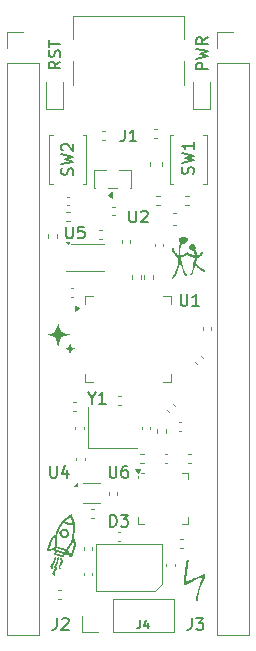
<source format=gbr>
%TF.GenerationSoftware,KiCad,Pcbnew,9.0.6*%
%TF.CreationDate,2026-02-18T17:47:18+01:00*%
%TF.ProjectId,devboard,64657662-6f61-4726-942e-6b696361645f,rev?*%
%TF.SameCoordinates,Original*%
%TF.FileFunction,Legend,Top*%
%TF.FilePolarity,Positive*%
%FSLAX46Y46*%
G04 Gerber Fmt 4.6, Leading zero omitted, Abs format (unit mm)*
G04 Created by KiCad (PCBNEW 9.0.6) date 2026-02-18 17:47:18*
%MOMM*%
%LPD*%
G01*
G04 APERTURE LIST*
%ADD10C,0.150000*%
%ADD11C,0.120000*%
%ADD12C,0.000000*%
G04 APERTURE END LIST*
D10*
X58938095Y-85704819D02*
X58938095Y-86514342D01*
X58938095Y-86514342D02*
X58985714Y-86609580D01*
X58985714Y-86609580D02*
X59033333Y-86657200D01*
X59033333Y-86657200D02*
X59128571Y-86704819D01*
X59128571Y-86704819D02*
X59319047Y-86704819D01*
X59319047Y-86704819D02*
X59414285Y-86657200D01*
X59414285Y-86657200D02*
X59461904Y-86609580D01*
X59461904Y-86609580D02*
X59509523Y-86514342D01*
X59509523Y-86514342D02*
X59509523Y-85704819D01*
X60414285Y-85704819D02*
X60223809Y-85704819D01*
X60223809Y-85704819D02*
X60128571Y-85752438D01*
X60128571Y-85752438D02*
X60080952Y-85800057D01*
X60080952Y-85800057D02*
X59985714Y-85942914D01*
X59985714Y-85942914D02*
X59938095Y-86133390D01*
X59938095Y-86133390D02*
X59938095Y-86514342D01*
X59938095Y-86514342D02*
X59985714Y-86609580D01*
X59985714Y-86609580D02*
X60033333Y-86657200D01*
X60033333Y-86657200D02*
X60128571Y-86704819D01*
X60128571Y-86704819D02*
X60319047Y-86704819D01*
X60319047Y-86704819D02*
X60414285Y-86657200D01*
X60414285Y-86657200D02*
X60461904Y-86609580D01*
X60461904Y-86609580D02*
X60509523Y-86514342D01*
X60509523Y-86514342D02*
X60509523Y-86276247D01*
X60509523Y-86276247D02*
X60461904Y-86181009D01*
X60461904Y-86181009D02*
X60414285Y-86133390D01*
X60414285Y-86133390D02*
X60319047Y-86085771D01*
X60319047Y-86085771D02*
X60128571Y-86085771D01*
X60128571Y-86085771D02*
X60033333Y-86133390D01*
X60033333Y-86133390D02*
X59985714Y-86181009D01*
X59985714Y-86181009D02*
X59938095Y-86276247D01*
X55238095Y-65454819D02*
X55238095Y-66264342D01*
X55238095Y-66264342D02*
X55285714Y-66359580D01*
X55285714Y-66359580D02*
X55333333Y-66407200D01*
X55333333Y-66407200D02*
X55428571Y-66454819D01*
X55428571Y-66454819D02*
X55619047Y-66454819D01*
X55619047Y-66454819D02*
X55714285Y-66407200D01*
X55714285Y-66407200D02*
X55761904Y-66359580D01*
X55761904Y-66359580D02*
X55809523Y-66264342D01*
X55809523Y-66264342D02*
X55809523Y-65454819D01*
X56761904Y-65454819D02*
X56285714Y-65454819D01*
X56285714Y-65454819D02*
X56238095Y-65931009D01*
X56238095Y-65931009D02*
X56285714Y-65883390D01*
X56285714Y-65883390D02*
X56380952Y-65835771D01*
X56380952Y-65835771D02*
X56619047Y-65835771D01*
X56619047Y-65835771D02*
X56714285Y-65883390D01*
X56714285Y-65883390D02*
X56761904Y-65931009D01*
X56761904Y-65931009D02*
X56809523Y-66026247D01*
X56809523Y-66026247D02*
X56809523Y-66264342D01*
X56809523Y-66264342D02*
X56761904Y-66359580D01*
X56761904Y-66359580D02*
X56714285Y-66407200D01*
X56714285Y-66407200D02*
X56619047Y-66454819D01*
X56619047Y-66454819D02*
X56380952Y-66454819D01*
X56380952Y-66454819D02*
X56285714Y-66407200D01*
X56285714Y-66407200D02*
X56238095Y-66359580D01*
X57423809Y-79978628D02*
X57423809Y-80454819D01*
X57090476Y-79454819D02*
X57423809Y-79978628D01*
X57423809Y-79978628D02*
X57757142Y-79454819D01*
X58614285Y-80454819D02*
X58042857Y-80454819D01*
X58328571Y-80454819D02*
X58328571Y-79454819D01*
X58328571Y-79454819D02*
X58233333Y-79597676D01*
X58233333Y-79597676D02*
X58138095Y-79692914D01*
X58138095Y-79692914D02*
X58042857Y-79740533D01*
X55807200Y-61083332D02*
X55854819Y-60940475D01*
X55854819Y-60940475D02*
X55854819Y-60702380D01*
X55854819Y-60702380D02*
X55807200Y-60607142D01*
X55807200Y-60607142D02*
X55759580Y-60559523D01*
X55759580Y-60559523D02*
X55664342Y-60511904D01*
X55664342Y-60511904D02*
X55569104Y-60511904D01*
X55569104Y-60511904D02*
X55473866Y-60559523D01*
X55473866Y-60559523D02*
X55426247Y-60607142D01*
X55426247Y-60607142D02*
X55378628Y-60702380D01*
X55378628Y-60702380D02*
X55331009Y-60892856D01*
X55331009Y-60892856D02*
X55283390Y-60988094D01*
X55283390Y-60988094D02*
X55235771Y-61035713D01*
X55235771Y-61035713D02*
X55140533Y-61083332D01*
X55140533Y-61083332D02*
X55045295Y-61083332D01*
X55045295Y-61083332D02*
X54950057Y-61035713D01*
X54950057Y-61035713D02*
X54902438Y-60988094D01*
X54902438Y-60988094D02*
X54854819Y-60892856D01*
X54854819Y-60892856D02*
X54854819Y-60654761D01*
X54854819Y-60654761D02*
X54902438Y-60511904D01*
X54854819Y-60178570D02*
X55854819Y-59940475D01*
X55854819Y-59940475D02*
X55140533Y-59749999D01*
X55140533Y-59749999D02*
X55854819Y-59559523D01*
X55854819Y-59559523D02*
X54854819Y-59321428D01*
X54950057Y-58988094D02*
X54902438Y-58940475D01*
X54902438Y-58940475D02*
X54854819Y-58845237D01*
X54854819Y-58845237D02*
X54854819Y-58607142D01*
X54854819Y-58607142D02*
X54902438Y-58511904D01*
X54902438Y-58511904D02*
X54950057Y-58464285D01*
X54950057Y-58464285D02*
X55045295Y-58416666D01*
X55045295Y-58416666D02*
X55140533Y-58416666D01*
X55140533Y-58416666D02*
X55283390Y-58464285D01*
X55283390Y-58464285D02*
X55854819Y-59035713D01*
X55854819Y-59035713D02*
X55854819Y-58416666D01*
X54466666Y-98589819D02*
X54466666Y-99304104D01*
X54466666Y-99304104D02*
X54419047Y-99446961D01*
X54419047Y-99446961D02*
X54323809Y-99542200D01*
X54323809Y-99542200D02*
X54180952Y-99589819D01*
X54180952Y-99589819D02*
X54085714Y-99589819D01*
X54895238Y-98685057D02*
X54942857Y-98637438D01*
X54942857Y-98637438D02*
X55038095Y-98589819D01*
X55038095Y-98589819D02*
X55276190Y-98589819D01*
X55276190Y-98589819D02*
X55371428Y-98637438D01*
X55371428Y-98637438D02*
X55419047Y-98685057D01*
X55419047Y-98685057D02*
X55466666Y-98780295D01*
X55466666Y-98780295D02*
X55466666Y-98875533D01*
X55466666Y-98875533D02*
X55419047Y-99018390D01*
X55419047Y-99018390D02*
X54847619Y-99589819D01*
X54847619Y-99589819D02*
X55466666Y-99589819D01*
X66007200Y-60983332D02*
X66054819Y-60840475D01*
X66054819Y-60840475D02*
X66054819Y-60602380D01*
X66054819Y-60602380D02*
X66007200Y-60507142D01*
X66007200Y-60507142D02*
X65959580Y-60459523D01*
X65959580Y-60459523D02*
X65864342Y-60411904D01*
X65864342Y-60411904D02*
X65769104Y-60411904D01*
X65769104Y-60411904D02*
X65673866Y-60459523D01*
X65673866Y-60459523D02*
X65626247Y-60507142D01*
X65626247Y-60507142D02*
X65578628Y-60602380D01*
X65578628Y-60602380D02*
X65531009Y-60792856D01*
X65531009Y-60792856D02*
X65483390Y-60888094D01*
X65483390Y-60888094D02*
X65435771Y-60935713D01*
X65435771Y-60935713D02*
X65340533Y-60983332D01*
X65340533Y-60983332D02*
X65245295Y-60983332D01*
X65245295Y-60983332D02*
X65150057Y-60935713D01*
X65150057Y-60935713D02*
X65102438Y-60888094D01*
X65102438Y-60888094D02*
X65054819Y-60792856D01*
X65054819Y-60792856D02*
X65054819Y-60554761D01*
X65054819Y-60554761D02*
X65102438Y-60411904D01*
X65054819Y-60078570D02*
X66054819Y-59840475D01*
X66054819Y-59840475D02*
X65340533Y-59649999D01*
X65340533Y-59649999D02*
X66054819Y-59459523D01*
X66054819Y-59459523D02*
X65054819Y-59221428D01*
X66054819Y-58316666D02*
X66054819Y-58888094D01*
X66054819Y-58602380D02*
X65054819Y-58602380D01*
X65054819Y-58602380D02*
X65197676Y-58697618D01*
X65197676Y-58697618D02*
X65292914Y-58792856D01*
X65292914Y-58792856D02*
X65340533Y-58888094D01*
X67259819Y-52145833D02*
X66259819Y-52145833D01*
X66259819Y-52145833D02*
X66259819Y-51764881D01*
X66259819Y-51764881D02*
X66307438Y-51669643D01*
X66307438Y-51669643D02*
X66355057Y-51622024D01*
X66355057Y-51622024D02*
X66450295Y-51574405D01*
X66450295Y-51574405D02*
X66593152Y-51574405D01*
X66593152Y-51574405D02*
X66688390Y-51622024D01*
X66688390Y-51622024D02*
X66736009Y-51669643D01*
X66736009Y-51669643D02*
X66783628Y-51764881D01*
X66783628Y-51764881D02*
X66783628Y-52145833D01*
X66259819Y-51241071D02*
X67259819Y-51002976D01*
X67259819Y-51002976D02*
X66545533Y-50812500D01*
X66545533Y-50812500D02*
X67259819Y-50622024D01*
X67259819Y-50622024D02*
X66259819Y-50383929D01*
X67259819Y-49431548D02*
X66783628Y-49764881D01*
X67259819Y-50002976D02*
X66259819Y-50002976D01*
X66259819Y-50002976D02*
X66259819Y-49622024D01*
X66259819Y-49622024D02*
X66307438Y-49526786D01*
X66307438Y-49526786D02*
X66355057Y-49479167D01*
X66355057Y-49479167D02*
X66450295Y-49431548D01*
X66450295Y-49431548D02*
X66593152Y-49431548D01*
X66593152Y-49431548D02*
X66688390Y-49479167D01*
X66688390Y-49479167D02*
X66736009Y-49526786D01*
X66736009Y-49526786D02*
X66783628Y-49622024D01*
X66783628Y-49622024D02*
X66783628Y-50002976D01*
X58961905Y-90854819D02*
X58961905Y-89854819D01*
X58961905Y-89854819D02*
X59200000Y-89854819D01*
X59200000Y-89854819D02*
X59342857Y-89902438D01*
X59342857Y-89902438D02*
X59438095Y-89997676D01*
X59438095Y-89997676D02*
X59485714Y-90092914D01*
X59485714Y-90092914D02*
X59533333Y-90283390D01*
X59533333Y-90283390D02*
X59533333Y-90426247D01*
X59533333Y-90426247D02*
X59485714Y-90616723D01*
X59485714Y-90616723D02*
X59438095Y-90711961D01*
X59438095Y-90711961D02*
X59342857Y-90807200D01*
X59342857Y-90807200D02*
X59200000Y-90854819D01*
X59200000Y-90854819D02*
X58961905Y-90854819D01*
X59866667Y-89854819D02*
X60485714Y-89854819D01*
X60485714Y-89854819D02*
X60152381Y-90235771D01*
X60152381Y-90235771D02*
X60295238Y-90235771D01*
X60295238Y-90235771D02*
X60390476Y-90283390D01*
X60390476Y-90283390D02*
X60438095Y-90331009D01*
X60438095Y-90331009D02*
X60485714Y-90426247D01*
X60485714Y-90426247D02*
X60485714Y-90664342D01*
X60485714Y-90664342D02*
X60438095Y-90759580D01*
X60438095Y-90759580D02*
X60390476Y-90807200D01*
X60390476Y-90807200D02*
X60295238Y-90854819D01*
X60295238Y-90854819D02*
X60009524Y-90854819D01*
X60009524Y-90854819D02*
X59914286Y-90807200D01*
X59914286Y-90807200D02*
X59866667Y-90759580D01*
X61516666Y-98766033D02*
X61516666Y-99266033D01*
X61516666Y-99266033D02*
X61483333Y-99366033D01*
X61483333Y-99366033D02*
X61416666Y-99432700D01*
X61416666Y-99432700D02*
X61316666Y-99466033D01*
X61316666Y-99466033D02*
X61250000Y-99466033D01*
X62149999Y-98999366D02*
X62149999Y-99466033D01*
X61983333Y-98732700D02*
X61816666Y-99232700D01*
X61816666Y-99232700D02*
X62249999Y-99232700D01*
X64938095Y-71154819D02*
X64938095Y-71964342D01*
X64938095Y-71964342D02*
X64985714Y-72059580D01*
X64985714Y-72059580D02*
X65033333Y-72107200D01*
X65033333Y-72107200D02*
X65128571Y-72154819D01*
X65128571Y-72154819D02*
X65319047Y-72154819D01*
X65319047Y-72154819D02*
X65414285Y-72107200D01*
X65414285Y-72107200D02*
X65461904Y-72059580D01*
X65461904Y-72059580D02*
X65509523Y-71964342D01*
X65509523Y-71964342D02*
X65509523Y-71154819D01*
X66509523Y-72154819D02*
X65938095Y-72154819D01*
X66223809Y-72154819D02*
X66223809Y-71154819D01*
X66223809Y-71154819D02*
X66128571Y-71297676D01*
X66128571Y-71297676D02*
X66033333Y-71392914D01*
X66033333Y-71392914D02*
X65938095Y-71440533D01*
X65866666Y-98589819D02*
X65866666Y-99304104D01*
X65866666Y-99304104D02*
X65819047Y-99446961D01*
X65819047Y-99446961D02*
X65723809Y-99542200D01*
X65723809Y-99542200D02*
X65580952Y-99589819D01*
X65580952Y-99589819D02*
X65485714Y-99589819D01*
X66247619Y-98589819D02*
X66866666Y-98589819D01*
X66866666Y-98589819D02*
X66533333Y-98970771D01*
X66533333Y-98970771D02*
X66676190Y-98970771D01*
X66676190Y-98970771D02*
X66771428Y-99018390D01*
X66771428Y-99018390D02*
X66819047Y-99066009D01*
X66819047Y-99066009D02*
X66866666Y-99161247D01*
X66866666Y-99161247D02*
X66866666Y-99399342D01*
X66866666Y-99399342D02*
X66819047Y-99494580D01*
X66819047Y-99494580D02*
X66771428Y-99542200D01*
X66771428Y-99542200D02*
X66676190Y-99589819D01*
X66676190Y-99589819D02*
X66390476Y-99589819D01*
X66390476Y-99589819D02*
X66295238Y-99542200D01*
X66295238Y-99542200D02*
X66247619Y-99494580D01*
X60206666Y-57239819D02*
X60206666Y-57954104D01*
X60206666Y-57954104D02*
X60159047Y-58096961D01*
X60159047Y-58096961D02*
X60063809Y-58192200D01*
X60063809Y-58192200D02*
X59920952Y-58239819D01*
X59920952Y-58239819D02*
X59825714Y-58239819D01*
X61206666Y-58239819D02*
X60635238Y-58239819D01*
X60920952Y-58239819D02*
X60920952Y-57239819D01*
X60920952Y-57239819D02*
X60825714Y-57382676D01*
X60825714Y-57382676D02*
X60730476Y-57477914D01*
X60730476Y-57477914D02*
X60635238Y-57525533D01*
X54764819Y-51475119D02*
X54288628Y-51808452D01*
X54764819Y-52046547D02*
X53764819Y-52046547D01*
X53764819Y-52046547D02*
X53764819Y-51665595D01*
X53764819Y-51665595D02*
X53812438Y-51570357D01*
X53812438Y-51570357D02*
X53860057Y-51522738D01*
X53860057Y-51522738D02*
X53955295Y-51475119D01*
X53955295Y-51475119D02*
X54098152Y-51475119D01*
X54098152Y-51475119D02*
X54193390Y-51522738D01*
X54193390Y-51522738D02*
X54241009Y-51570357D01*
X54241009Y-51570357D02*
X54288628Y-51665595D01*
X54288628Y-51665595D02*
X54288628Y-52046547D01*
X54717200Y-51094166D02*
X54764819Y-50951309D01*
X54764819Y-50951309D02*
X54764819Y-50713214D01*
X54764819Y-50713214D02*
X54717200Y-50617976D01*
X54717200Y-50617976D02*
X54669580Y-50570357D01*
X54669580Y-50570357D02*
X54574342Y-50522738D01*
X54574342Y-50522738D02*
X54479104Y-50522738D01*
X54479104Y-50522738D02*
X54383866Y-50570357D01*
X54383866Y-50570357D02*
X54336247Y-50617976D01*
X54336247Y-50617976D02*
X54288628Y-50713214D01*
X54288628Y-50713214D02*
X54241009Y-50903690D01*
X54241009Y-50903690D02*
X54193390Y-50998928D01*
X54193390Y-50998928D02*
X54145771Y-51046547D01*
X54145771Y-51046547D02*
X54050533Y-51094166D01*
X54050533Y-51094166D02*
X53955295Y-51094166D01*
X53955295Y-51094166D02*
X53860057Y-51046547D01*
X53860057Y-51046547D02*
X53812438Y-50998928D01*
X53812438Y-50998928D02*
X53764819Y-50903690D01*
X53764819Y-50903690D02*
X53764819Y-50665595D01*
X53764819Y-50665595D02*
X53812438Y-50522738D01*
X53764819Y-50237023D02*
X53764819Y-49665595D01*
X54764819Y-49951309D02*
X53764819Y-49951309D01*
X53888095Y-85704819D02*
X53888095Y-86514342D01*
X53888095Y-86514342D02*
X53935714Y-86609580D01*
X53935714Y-86609580D02*
X53983333Y-86657200D01*
X53983333Y-86657200D02*
X54078571Y-86704819D01*
X54078571Y-86704819D02*
X54269047Y-86704819D01*
X54269047Y-86704819D02*
X54364285Y-86657200D01*
X54364285Y-86657200D02*
X54411904Y-86609580D01*
X54411904Y-86609580D02*
X54459523Y-86514342D01*
X54459523Y-86514342D02*
X54459523Y-85704819D01*
X55364285Y-86038152D02*
X55364285Y-86704819D01*
X55126190Y-85657200D02*
X54888095Y-86371485D01*
X54888095Y-86371485D02*
X55507142Y-86371485D01*
X60613095Y-64089819D02*
X60613095Y-64899342D01*
X60613095Y-64899342D02*
X60660714Y-64994580D01*
X60660714Y-64994580D02*
X60708333Y-65042200D01*
X60708333Y-65042200D02*
X60803571Y-65089819D01*
X60803571Y-65089819D02*
X60994047Y-65089819D01*
X60994047Y-65089819D02*
X61089285Y-65042200D01*
X61089285Y-65042200D02*
X61136904Y-64994580D01*
X61136904Y-64994580D02*
X61184523Y-64899342D01*
X61184523Y-64899342D02*
X61184523Y-64089819D01*
X61613095Y-64185057D02*
X61660714Y-64137438D01*
X61660714Y-64137438D02*
X61755952Y-64089819D01*
X61755952Y-64089819D02*
X61994047Y-64089819D01*
X61994047Y-64089819D02*
X62089285Y-64137438D01*
X62089285Y-64137438D02*
X62136904Y-64185057D01*
X62136904Y-64185057D02*
X62184523Y-64280295D01*
X62184523Y-64280295D02*
X62184523Y-64375533D01*
X62184523Y-64375533D02*
X62136904Y-64518390D01*
X62136904Y-64518390D02*
X61565476Y-65089819D01*
X61565476Y-65089819D02*
X62184523Y-65089819D01*
D11*
%TO.C,U6*%
X61300000Y-86765000D02*
X61300000Y-86540000D01*
X61300000Y-90600000D02*
X61300000Y-90075000D01*
X61300000Y-90600000D02*
X61825000Y-90600000D01*
X61825000Y-86300000D02*
X61600000Y-86300000D01*
X65600000Y-86300000D02*
X65075000Y-86300000D01*
X65600000Y-86300000D02*
X65600000Y-86825000D01*
X65600000Y-90600000D02*
X65075000Y-90600000D01*
X65600000Y-90600000D02*
X65600000Y-90075000D01*
X61300000Y-86300000D02*
X61060000Y-85970000D01*
X61540000Y-85970000D01*
X61300000Y-86300000D01*
G36*
X61300000Y-86300000D02*
G01*
X61060000Y-85970000D01*
X61540000Y-85970000D01*
X61300000Y-86300000D01*
G37*
%TO.C,C19*%
X54807836Y-96240000D02*
X54592164Y-96240000D01*
X54807836Y-96960000D02*
X54592164Y-96960000D01*
%TO.C,C12*%
X59980000Y-66807836D02*
X59980000Y-66592164D01*
X60700000Y-66807836D02*
X60700000Y-66592164D01*
%TO.C,C17*%
X58067164Y-65765000D02*
X58282836Y-65765000D01*
X58067164Y-66485000D02*
X58282836Y-66485000D01*
%TO.C,R6*%
X65663641Y-62870000D02*
X65356359Y-62870000D01*
X65663641Y-63630000D02*
X65356359Y-63630000D01*
%TO.C,C13*%
X62340000Y-59999420D02*
X62340000Y-60280580D01*
X63360000Y-59999420D02*
X63360000Y-60280580D01*
D12*
%TO.C,G\u002A\u002A\u002A*%
G36*
X54877994Y-93467824D02*
G01*
X54908277Y-93483349D01*
X54925082Y-93503868D01*
X54932077Y-93536217D01*
X54933101Y-93570449D01*
X54936143Y-93615775D01*
X54944047Y-93668079D01*
X54949587Y-93693644D01*
X54958095Y-93744572D01*
X54960977Y-93798605D01*
X54959797Y-93822441D01*
X54947272Y-93876849D01*
X54920679Y-93944482D01*
X54882075Y-94021036D01*
X54833514Y-94102209D01*
X54807642Y-94141011D01*
X54781279Y-94180857D01*
X54760776Y-94214903D01*
X54749668Y-94237182D01*
X54748737Y-94240412D01*
X54750078Y-94261341D01*
X54756805Y-94296565D01*
X54765059Y-94329477D01*
X54775336Y-94386690D01*
X54771051Y-94428566D01*
X54752990Y-94453595D01*
X54721934Y-94460264D01*
X54699682Y-94455587D01*
X54682327Y-94448117D01*
X54669573Y-94435354D01*
X54657521Y-94411518D01*
X54642271Y-94370827D01*
X54642013Y-94370100D01*
X54625002Y-94316818D01*
X54615727Y-94269998D01*
X54615026Y-94225276D01*
X54623741Y-94178288D01*
X54642715Y-94124668D01*
X54672786Y-94060053D01*
X54714798Y-93980077D01*
X54718490Y-93973270D01*
X54749923Y-93908512D01*
X54773759Y-93845506D01*
X54788755Y-93788919D01*
X54793661Y-93743415D01*
X54787659Y-93714373D01*
X54765200Y-93655547D01*
X54757524Y-93589110D01*
X54761609Y-93546539D01*
X54779499Y-93498966D01*
X54808910Y-93469761D01*
X54847052Y-93460812D01*
X54877994Y-93467824D01*
G37*
G36*
X54363664Y-93410559D02*
G01*
X54389057Y-93429516D01*
X54391481Y-93433181D01*
X54390988Y-93448913D01*
X54384438Y-93483409D01*
X54372940Y-93532720D01*
X54357603Y-93592898D01*
X54339539Y-93659994D01*
X54319856Y-93730061D01*
X54299666Y-93799149D01*
X54280080Y-93863310D01*
X54262205Y-93918599D01*
X54247153Y-93961062D01*
X54236035Y-93986754D01*
X54235641Y-93987461D01*
X54211549Y-94024100D01*
X54179899Y-94065160D01*
X54162777Y-94084967D01*
X54136444Y-94115981D01*
X54117385Y-94142378D01*
X54111232Y-94154348D01*
X54111366Y-94174465D01*
X54116578Y-94210277D01*
X54125773Y-94254477D01*
X54127088Y-94259981D01*
X54137193Y-94326111D01*
X54132289Y-94376542D01*
X54113052Y-94410105D01*
X54080161Y-94425627D01*
X54034295Y-94421937D01*
X54033438Y-94421710D01*
X54003213Y-94409295D01*
X53983737Y-94393586D01*
X53982996Y-94392393D01*
X53973101Y-94368214D01*
X53960492Y-94328694D01*
X53947321Y-94281805D01*
X53935742Y-94235521D01*
X53927906Y-94197813D01*
X53925791Y-94180483D01*
X53935649Y-94120328D01*
X53967821Y-94056229D01*
X54011154Y-94000971D01*
X54044196Y-93962722D01*
X54073590Y-93925387D01*
X54092469Y-93897833D01*
X54108348Y-93865860D01*
X54130493Y-93814211D01*
X54157744Y-93745833D01*
X54188942Y-93663680D01*
X54222924Y-93570701D01*
X54240279Y-93521972D01*
X54262338Y-93466418D01*
X54283150Y-93427000D01*
X54300577Y-93407458D01*
X54330094Y-93402051D01*
X54363664Y-93410559D01*
G37*
G36*
X54600747Y-93443160D02*
G01*
X54628397Y-93460968D01*
X54640318Y-93495659D01*
X54636600Y-93547705D01*
X54628103Y-93583260D01*
X54614637Y-93640064D01*
X54603619Y-93702516D01*
X54598666Y-93744118D01*
X54590785Y-93810527D01*
X54577265Y-93866812D01*
X54555056Y-93922453D01*
X54521110Y-93986934D01*
X54519908Y-93989051D01*
X54481238Y-94059026D01*
X54454316Y-94113850D01*
X54437829Y-94158287D01*
X54430464Y-94197104D01*
X54430909Y-94235064D01*
X54437850Y-94276931D01*
X54439063Y-94282466D01*
X54448146Y-94354851D01*
X54441719Y-94426839D01*
X54418737Y-94502491D01*
X54378150Y-94585863D01*
X54347466Y-94637238D01*
X54309549Y-94702330D01*
X54287352Y-94753969D01*
X54280165Y-94795946D01*
X54287283Y-94832052D01*
X54305368Y-94862706D01*
X54324407Y-94904762D01*
X54320736Y-94947534D01*
X54294875Y-94985977D01*
X54273798Y-94999740D01*
X54247405Y-95001189D01*
X54219599Y-94995181D01*
X54192023Y-94986709D01*
X54173252Y-94975679D01*
X54157572Y-94956426D01*
X54139270Y-94923290D01*
X54131399Y-94907788D01*
X54111470Y-94864003D01*
X54099542Y-94824126D01*
X54096382Y-94784563D01*
X54102758Y-94741719D01*
X54119433Y-94692002D01*
X54147177Y-94631815D01*
X54186754Y-94557566D01*
X54217838Y-94502423D01*
X54245379Y-94451823D01*
X54261439Y-94412610D01*
X54267478Y-94376174D01*
X54264956Y-94333904D01*
X54255682Y-94279062D01*
X54251882Y-94203147D01*
X54268336Y-94120250D01*
X54305415Y-94029095D01*
X54353711Y-93943717D01*
X54391967Y-93879222D01*
X54419052Y-93823142D01*
X54439187Y-93765714D01*
X54452426Y-93715202D01*
X54478170Y-93616829D01*
X54503581Y-93541276D01*
X54529192Y-93487566D01*
X54555538Y-93454717D01*
X54583151Y-93441751D01*
X54600747Y-93443160D01*
G37*
G36*
X55252704Y-91051212D02*
G01*
X55326882Y-91086999D01*
X55389213Y-91142611D01*
X55396354Y-91151158D01*
X55441389Y-91222266D01*
X55471214Y-91306747D01*
X55486989Y-91407907D01*
X55487143Y-91409778D01*
X55488147Y-91504006D01*
X55475882Y-91587452D01*
X55451128Y-91655989D01*
X55435752Y-91681388D01*
X55408689Y-91709199D01*
X55365739Y-91742246D01*
X55313046Y-91776717D01*
X55256753Y-91808796D01*
X55203004Y-91834674D01*
X55167498Y-91847887D01*
X55126154Y-91851179D01*
X55073118Y-91842533D01*
X55015804Y-91824233D01*
X54961625Y-91798560D01*
X54923756Y-91772800D01*
X54892314Y-91748458D01*
X54865151Y-91730455D01*
X54855717Y-91725668D01*
X54823677Y-91703152D01*
X54790981Y-91659745D01*
X54756950Y-91594408D01*
X54748632Y-91574682D01*
X54732608Y-91536687D01*
X54702552Y-91449282D01*
X54687938Y-91375756D01*
X54688609Y-91331645D01*
X54872945Y-91331645D01*
X54873748Y-91344972D01*
X54886287Y-91413397D01*
X54912493Y-91480077D01*
X54949283Y-91541260D01*
X54993574Y-91593197D01*
X55042286Y-91632134D01*
X55092335Y-91654322D01*
X55130588Y-91657560D01*
X55178126Y-91644816D01*
X55226183Y-91618941D01*
X55267501Y-91585104D01*
X55294820Y-91548470D01*
X55299278Y-91537465D01*
X55306854Y-91490807D01*
X55306614Y-91432795D01*
X55299495Y-91373048D01*
X55286434Y-91321186D01*
X55275898Y-91297447D01*
X55236426Y-91251567D01*
X55183204Y-91224025D01*
X55119462Y-91216456D01*
X55116391Y-91216613D01*
X55076578Y-91217570D01*
X55043145Y-91216121D01*
X55033957Y-91214860D01*
X55009816Y-91217137D01*
X54974537Y-91232872D01*
X54939550Y-91253780D01*
X54903227Y-91277537D01*
X54882845Y-91294518D01*
X54874163Y-91310596D01*
X54872945Y-91331645D01*
X54688609Y-91331645D01*
X54688912Y-91311734D01*
X54705618Y-91252841D01*
X54738200Y-91194704D01*
X54744195Y-91186154D01*
X54785930Y-91140501D01*
X54840684Y-91104076D01*
X54912744Y-91074341D01*
X54954294Y-91061823D01*
X55066888Y-91038720D01*
X55166198Y-91035151D01*
X55252704Y-91051212D01*
G37*
G36*
X55685921Y-89798945D02*
G01*
X55689496Y-89799881D01*
X55717211Y-89811859D01*
X55734335Y-89834441D01*
X55741217Y-89851054D01*
X55752180Y-89879262D01*
X55769738Y-89922756D01*
X55791190Y-89974894D01*
X55807590Y-90014203D01*
X55855921Y-90131605D01*
X55894579Y-90230879D01*
X55924649Y-90315144D01*
X55947216Y-90387520D01*
X55963368Y-90451125D01*
X55968787Y-90477487D01*
X55985061Y-90591120D01*
X55994850Y-90722427D01*
X55998388Y-90866234D01*
X55995909Y-91017366D01*
X55987644Y-91170647D01*
X55973827Y-91320902D01*
X55954690Y-91462957D01*
X55930465Y-91591636D01*
X55916006Y-91651282D01*
X55902800Y-91705225D01*
X55897127Y-91741302D01*
X55898641Y-91764122D01*
X55906548Y-91777850D01*
X55919229Y-91797748D01*
X55938330Y-91837066D01*
X55962560Y-91892690D01*
X55990630Y-91961507D01*
X56021250Y-92040402D01*
X56053130Y-92126261D01*
X56067825Y-92167132D01*
X56106381Y-92275499D01*
X56045733Y-92501811D01*
X56024322Y-92579163D01*
X56002001Y-92655405D01*
X55980503Y-92724919D01*
X55961558Y-92782087D01*
X55947988Y-92818675D01*
X55910660Y-92912753D01*
X55877797Y-93002743D01*
X55846740Y-93096471D01*
X55814835Y-93201756D01*
X55797615Y-93261595D01*
X55774705Y-93338697D01*
X55755033Y-93394991D01*
X55736969Y-93432982D01*
X55718879Y-93455174D01*
X55699135Y-93464072D01*
X55676103Y-93462182D01*
X55668439Y-93459928D01*
X55627386Y-93436583D01*
X55581396Y-93393342D01*
X55532581Y-93333058D01*
X55483052Y-93258583D01*
X55434923Y-93172772D01*
X55396429Y-93092460D01*
X55355638Y-93000568D01*
X55326784Y-93061141D01*
X55312223Y-93096596D01*
X55305031Y-93124294D01*
X55305652Y-93135089D01*
X55308478Y-93160976D01*
X55296327Y-93192206D01*
X55273381Y-93219976D01*
X55261172Y-93228700D01*
X55235495Y-93238245D01*
X55205009Y-93236626D01*
X55164799Y-93224674D01*
X55100803Y-93201955D01*
X55076611Y-93246918D01*
X55062691Y-93276135D01*
X55056497Y-93296053D01*
X55056815Y-93299497D01*
X55057228Y-93314533D01*
X55053630Y-93345159D01*
X55049201Y-93371523D01*
X55038925Y-93413084D01*
X55024661Y-93438691D01*
X55002773Y-93455805D01*
X54989352Y-93461991D01*
X54973578Y-93464987D01*
X54952987Y-93464081D01*
X54925108Y-93458564D01*
X54887473Y-93447723D01*
X54837618Y-93430847D01*
X54773074Y-93407226D01*
X54691374Y-93376148D01*
X54590048Y-93336903D01*
X54589717Y-93336774D01*
X54521794Y-93311010D01*
X54456993Y-93287639D01*
X54400470Y-93268431D01*
X54357387Y-93255159D01*
X54338469Y-93250445D01*
X54298836Y-93239928D01*
X54273856Y-93224832D01*
X54272998Y-93224313D01*
X54259776Y-93199930D01*
X54257994Y-93163113D01*
X54264035Y-93125409D01*
X54435459Y-93125409D01*
X54437188Y-93130532D01*
X54446978Y-93143228D01*
X54461831Y-93153322D01*
X54486051Y-93162299D01*
X54523945Y-93171644D01*
X54579816Y-93182843D01*
X54599752Y-93186603D01*
X54652290Y-93197233D01*
X54699787Y-93208249D01*
X54734540Y-93217813D01*
X54743013Y-93220768D01*
X54773804Y-93231938D01*
X54816625Y-93246280D01*
X54850323Y-93256985D01*
X54922284Y-93279233D01*
X54934184Y-93235148D01*
X54945754Y-93199546D01*
X54958324Y-93170740D01*
X54959740Y-93168257D01*
X54965715Y-93155216D01*
X54961883Y-93145454D01*
X54944128Y-93135381D01*
X54908334Y-93121408D01*
X54904337Y-93119929D01*
X54857098Y-93102276D01*
X54800142Y-93080718D01*
X54746850Y-93060325D01*
X54681912Y-93036186D01*
X54619240Y-93014481D01*
X54562991Y-92996489D01*
X54517320Y-92983485D01*
X54486380Y-92976750D01*
X54475013Y-92976740D01*
X54463669Y-92993199D01*
X54451944Y-93024821D01*
X54441936Y-93063080D01*
X54435742Y-93099451D01*
X54435459Y-93125409D01*
X54264035Y-93125409D01*
X54266473Y-93110189D01*
X54277865Y-93061670D01*
X54308402Y-92939839D01*
X54268136Y-92925739D01*
X54228329Y-92902999D01*
X54219801Y-92889343D01*
X54205846Y-92866994D01*
X54198585Y-92816027D01*
X54198344Y-92795667D01*
X54380961Y-92795667D01*
X54381203Y-92796157D01*
X54393930Y-92801297D01*
X54425820Y-92809988D01*
X54472669Y-92821198D01*
X54530271Y-92833894D01*
X54559616Y-92840030D01*
X54632669Y-92856423D01*
X54708292Y-92875729D01*
X54778230Y-92895704D01*
X54834232Y-92914099D01*
X54841032Y-92916626D01*
X54904014Y-92940193D01*
X54973870Y-92965809D01*
X55037503Y-92988680D01*
X55049419Y-92992885D01*
X55150089Y-93028254D01*
X55165296Y-92974719D01*
X55167367Y-92967425D01*
X55184645Y-92906597D01*
X55114712Y-92896140D01*
X55000380Y-92872800D01*
X54876929Y-92835227D01*
X54862967Y-92829796D01*
X55397260Y-92829796D01*
X55400161Y-92839119D01*
X55406524Y-92847292D01*
X55409036Y-92849990D01*
X55422126Y-92867236D01*
X55445150Y-92900908D01*
X55475565Y-92947149D01*
X55510821Y-93002103D01*
X55538847Y-93046612D01*
X55574601Y-93103262D01*
X55606003Y-93151885D01*
X55630926Y-93189281D01*
X55647244Y-93212246D01*
X55652723Y-93218058D01*
X55657607Y-93206282D01*
X55668062Y-93175396D01*
X55682891Y-93129129D01*
X55700897Y-93071204D01*
X55717832Y-93015494D01*
X55739964Y-92943531D01*
X55762381Y-92873357D01*
X55783177Y-92810753D01*
X55800446Y-92761501D01*
X55808822Y-92739519D01*
X55828006Y-92685455D01*
X55846201Y-92623231D01*
X55857031Y-92577590D01*
X55868417Y-92524828D01*
X55883243Y-92460831D01*
X55898766Y-92397364D01*
X55902706Y-92381899D01*
X55915609Y-92329658D01*
X55922100Y-92293292D01*
X55922160Y-92265735D01*
X55915774Y-92239918D01*
X55902924Y-92208776D01*
X55902275Y-92207321D01*
X55883264Y-92169286D01*
X55864411Y-92138875D01*
X55853687Y-92126348D01*
X55844044Y-92120395D01*
X55834900Y-92122534D01*
X55823700Y-92135999D01*
X55807887Y-92164024D01*
X55784906Y-92209842D01*
X55780339Y-92219151D01*
X55756592Y-92263273D01*
X55722061Y-92321655D01*
X55679901Y-92389249D01*
X55633267Y-92461005D01*
X55585317Y-92531874D01*
X55580315Y-92539089D01*
X55523505Y-92620873D01*
X55479027Y-92685407D01*
X55445613Y-92734987D01*
X55421997Y-92771917D01*
X55406911Y-92798495D01*
X55399088Y-92817020D01*
X55397260Y-92829796D01*
X54862967Y-92829796D01*
X54740958Y-92782337D01*
X54696537Y-92763019D01*
X54614469Y-92727587D01*
X54550779Y-92702759D01*
X54502860Y-92687881D01*
X54468101Y-92682298D01*
X54443894Y-92685358D01*
X54428229Y-92695744D01*
X54410614Y-92719928D01*
X54394219Y-92750292D01*
X54383013Y-92778361D01*
X54380961Y-92795667D01*
X54198344Y-92795667D01*
X54198042Y-92770202D01*
X54096162Y-92811294D01*
X54039372Y-92832851D01*
X53975047Y-92855076D01*
X53907359Y-92876779D01*
X53883069Y-92884038D01*
X53840474Y-92896768D01*
X53778561Y-92913855D01*
X53725791Y-92926846D01*
X53686330Y-92934553D01*
X53664348Y-92935785D01*
X53662439Y-92935161D01*
X53648090Y-92925678D01*
X53638450Y-92912815D01*
X53633842Y-92893886D01*
X53634593Y-92866200D01*
X53635233Y-92862302D01*
X53641025Y-92827068D01*
X53653255Y-92774690D01*
X53786981Y-92774690D01*
X53865864Y-92746823D01*
X53946228Y-92715840D01*
X54036857Y-92676700D01*
X54127836Y-92633892D01*
X54209246Y-92591904D01*
X54214418Y-92589063D01*
X54288098Y-92548394D01*
X54278178Y-92475057D01*
X54273153Y-92427051D01*
X54271115Y-92388635D01*
X54452922Y-92388635D01*
X54456662Y-92450050D01*
X54459234Y-92468043D01*
X54472690Y-92543621D01*
X54527754Y-92549330D01*
X54558973Y-92555510D01*
X54606644Y-92568528D01*
X54664995Y-92586658D01*
X54728253Y-92608170D01*
X54748070Y-92615297D01*
X54813515Y-92638586D01*
X54877527Y-92660349D01*
X54933704Y-92678477D01*
X54975648Y-92690861D01*
X54983390Y-92692869D01*
X55033397Y-92703618D01*
X55089932Y-92713233D01*
X55148007Y-92721188D01*
X55202633Y-92726957D01*
X55248824Y-92730015D01*
X55281591Y-92729831D01*
X55295949Y-92725885D01*
X55295968Y-92725851D01*
X55304867Y-92709243D01*
X55320927Y-92678768D01*
X55336658Y-92648710D01*
X55355020Y-92616373D01*
X55383618Y-92569438D01*
X55419268Y-92512982D01*
X55458785Y-92452079D01*
X55482119Y-92416871D01*
X55567897Y-92280146D01*
X55635225Y-92153505D01*
X55685457Y-92033793D01*
X55719940Y-91917856D01*
X55737979Y-91819156D01*
X55742673Y-91786113D01*
X55750171Y-91736303D01*
X55759444Y-91676461D01*
X55769460Y-91613324D01*
X55769516Y-91612978D01*
X55803686Y-91340274D01*
X55820786Y-91055231D01*
X55821215Y-91039561D01*
X55822040Y-90980801D01*
X55821813Y-90916402D01*
X55820687Y-90851094D01*
X55818811Y-90789605D01*
X55816339Y-90736668D01*
X55813425Y-90697009D01*
X55810216Y-90675362D01*
X55809461Y-90673443D01*
X55798275Y-90673617D01*
X55790002Y-90677498D01*
X55766053Y-90684197D01*
X55724054Y-90689211D01*
X55669714Y-90692454D01*
X55608743Y-90693848D01*
X55546851Y-90693307D01*
X55489752Y-90690751D01*
X55443154Y-90686099D01*
X55424620Y-90682744D01*
X55318623Y-90650973D01*
X55208943Y-90604826D01*
X55127534Y-90561525D01*
X55091891Y-90541884D01*
X55064437Y-90529266D01*
X55051431Y-90526398D01*
X55036764Y-90539960D01*
X55011143Y-90568585D01*
X54977823Y-90608225D01*
X54940058Y-90654830D01*
X54901104Y-90704349D01*
X54864214Y-90752734D01*
X54832643Y-90795934D01*
X54819010Y-90815597D01*
X54770041Y-90890706D01*
X54725624Y-90963687D01*
X54687900Y-91030660D01*
X54659015Y-91087748D01*
X54641114Y-91131070D01*
X54637415Y-91144102D01*
X54629241Y-91172742D01*
X54614456Y-91216967D01*
X54595312Y-91270258D01*
X54578213Y-91315447D01*
X54549481Y-91391787D01*
X54529652Y-91450376D01*
X54517693Y-91495113D01*
X54512566Y-91529887D01*
X54513241Y-91558598D01*
X54513373Y-91559662D01*
X54513323Y-91581179D01*
X54510768Y-91621996D01*
X54506074Y-91677767D01*
X54499604Y-91744150D01*
X54491875Y-91815478D01*
X54476747Y-91958594D01*
X54465183Y-92089566D01*
X54457287Y-92206295D01*
X54453165Y-92306685D01*
X54452922Y-92388635D01*
X54271115Y-92388635D01*
X54270716Y-92381108D01*
X54270963Y-92356958D01*
X54277103Y-92280456D01*
X54286835Y-92188693D01*
X54299144Y-92089321D01*
X54313016Y-91989992D01*
X54327437Y-91898358D01*
X54341392Y-91822072D01*
X54342721Y-91815592D01*
X54373538Y-91667172D01*
X54320764Y-91693476D01*
X54281095Y-91717728D01*
X54238424Y-91750432D01*
X54217718Y-91769193D01*
X54190139Y-91799613D01*
X54169598Y-91832161D01*
X54152088Y-91874409D01*
X54137302Y-91921199D01*
X54077757Y-92086089D01*
X53997549Y-92247855D01*
X53997111Y-92248628D01*
X53979411Y-92283935D01*
X53956535Y-92335568D01*
X53931089Y-92397346D01*
X53905680Y-92463086D01*
X53898460Y-92482636D01*
X53874524Y-92547779D01*
X53851206Y-92610429D01*
X53830756Y-92664596D01*
X53815425Y-92704285D01*
X53811953Y-92712987D01*
X53786981Y-92774690D01*
X53653255Y-92774690D01*
X53653462Y-92773802D01*
X53672230Y-92703713D01*
X53697651Y-92614111D01*
X53703688Y-92593179D01*
X53732230Y-92494641D01*
X53755357Y-92415772D01*
X53774178Y-92353337D01*
X53789807Y-92304100D01*
X53803352Y-92264827D01*
X53815927Y-92232282D01*
X53828643Y-92203228D01*
X53842609Y-92174432D01*
X53857462Y-92145495D01*
X53879892Y-92098785D01*
X53905118Y-92040810D01*
X53928266Y-91982851D01*
X53931738Y-91973555D01*
X53956881Y-91905850D01*
X53975536Y-91857155D01*
X53989239Y-91824060D01*
X53999529Y-91803151D01*
X54007938Y-91791018D01*
X54016006Y-91784245D01*
X54017311Y-91783462D01*
X54032370Y-91770484D01*
X54058208Y-91744130D01*
X54090203Y-91709193D01*
X54103607Y-91693983D01*
X54148587Y-91647093D01*
X54204369Y-91595781D01*
X54261692Y-91548463D01*
X54274151Y-91539006D01*
X54375136Y-91463848D01*
X54402666Y-91368636D01*
X54433671Y-91261967D01*
X54459649Y-91174732D01*
X54482026Y-91103432D01*
X54502223Y-91044574D01*
X54521664Y-90994662D01*
X54541772Y-90950203D01*
X54563968Y-90907699D01*
X54589677Y-90863658D01*
X54620319Y-90814582D01*
X54641957Y-90780812D01*
X54685542Y-90713877D01*
X54724306Y-90656538D01*
X54729185Y-90649713D01*
X54761843Y-90604034D01*
X54801751Y-90551605D01*
X54847624Y-90494489D01*
X54903058Y-90427928D01*
X54920966Y-90406809D01*
X55149908Y-90406809D01*
X55158456Y-90417571D01*
X55185021Y-90433082D01*
X55224778Y-90451356D01*
X55272903Y-90470402D01*
X55324568Y-90488235D01*
X55374950Y-90502863D01*
X55394268Y-90507507D01*
X55474654Y-90520011D01*
X55563352Y-90525032D01*
X55650541Y-90522488D01*
X55726393Y-90512301D01*
X55735489Y-90510274D01*
X55784227Y-90498745D01*
X55772995Y-90448457D01*
X55764580Y-90420166D01*
X55748723Y-90375060D01*
X55727317Y-90318231D01*
X55702260Y-90254772D01*
X55687261Y-90218052D01*
X55661738Y-90157539D01*
X55638795Y-90105368D01*
X55620147Y-90065269D01*
X55607513Y-90040972D01*
X55603215Y-90035376D01*
X55589196Y-90041306D01*
X55560415Y-90060379D01*
X55520008Y-90090026D01*
X55471109Y-90127678D01*
X55416857Y-90170766D01*
X55360384Y-90216720D01*
X55304828Y-90262970D01*
X55253324Y-90306949D01*
X55209008Y-90346085D01*
X55175015Y-90377812D01*
X55154481Y-90399558D01*
X55149908Y-90406809D01*
X54920966Y-90406809D01*
X54953041Y-90368982D01*
X55024361Y-90291566D01*
X55112063Y-90206568D01*
X55211638Y-90117842D01*
X55318575Y-90029237D01*
X55428363Y-89944606D01*
X55536494Y-89867799D01*
X55552655Y-89856948D01*
X55598716Y-89826687D01*
X55630104Y-89807827D01*
X55651789Y-89798299D01*
X55668740Y-89796028D01*
X55685921Y-89798945D01*
G37*
D11*
%TO.C,C9*%
X56740000Y-94772164D02*
X56740000Y-94987836D01*
X57460000Y-94772164D02*
X57460000Y-94987836D01*
%TO.C,C23*%
X64782164Y-82010000D02*
X64997836Y-82010000D01*
X64782164Y-82730000D02*
X64997836Y-82730000D01*
%TO.C,U5*%
X55689432Y-66965000D02*
X58485000Y-66965000D01*
X58485000Y-69235000D02*
X55265000Y-69235000D01*
X55395000Y-66960000D02*
X55255000Y-66770000D01*
X55535000Y-66770000D01*
X55395000Y-66960000D01*
G36*
X55395000Y-66960000D02*
G01*
X55255000Y-66770000D01*
X55535000Y-66770000D01*
X55395000Y-66960000D01*
G37*
%TO.C,C2*%
X62750000Y-66902164D02*
X62750000Y-67117836D01*
X63470000Y-66902164D02*
X63470000Y-67117836D01*
%TO.C,R8*%
X57326359Y-89370000D02*
X57633641Y-89370000D01*
X57326359Y-90130000D02*
X57633641Y-90130000D01*
D12*
%TO.C,G\u002A\u002A\u002A*%
G36*
X54630853Y-73696379D02*
G01*
X54639998Y-73725998D01*
X54647573Y-73773235D01*
X54650367Y-73796777D01*
X54658544Y-73860699D01*
X54668489Y-73915986D01*
X54681817Y-73968497D01*
X54700142Y-74024092D01*
X54725080Y-74088629D01*
X54742254Y-74130190D01*
X54764572Y-74182449D01*
X54782737Y-74221047D01*
X54800069Y-74251096D01*
X54819889Y-74277710D01*
X54845519Y-74305999D01*
X54877346Y-74338162D01*
X54915316Y-74374254D01*
X54953357Y-74407564D01*
X54986362Y-74433762D01*
X55004531Y-74446018D01*
X55064533Y-74474260D01*
X55140806Y-74499614D01*
X55229514Y-74521165D01*
X55326817Y-74537999D01*
X55428877Y-74549199D01*
X55441245Y-74550120D01*
X55486510Y-74554151D01*
X55515481Y-74559160D01*
X55532071Y-74566109D01*
X55539362Y-74574264D01*
X55542293Y-74597765D01*
X55536029Y-74609810D01*
X55529813Y-74616112D01*
X55519470Y-74621867D01*
X55502663Y-74627592D01*
X55477054Y-74633800D01*
X55440304Y-74641006D01*
X55390076Y-74649725D01*
X55324031Y-74660471D01*
X55259569Y-74670664D01*
X55175456Y-74685047D01*
X55106744Y-74699722D01*
X55048651Y-74715980D01*
X54996395Y-74735110D01*
X54958811Y-74751808D01*
X54916159Y-74773879D01*
X54883699Y-74796389D01*
X54853948Y-74825313D01*
X54827285Y-74856818D01*
X54783135Y-74919632D01*
X54754820Y-74978462D01*
X54752544Y-74985225D01*
X54723503Y-75076658D01*
X54700083Y-75151620D01*
X54681581Y-75212832D01*
X54667295Y-75263014D01*
X54656521Y-75304886D01*
X54648558Y-75341170D01*
X54642702Y-75374586D01*
X54638251Y-75407854D01*
X54634715Y-75441472D01*
X54628497Y-75486194D01*
X54618658Y-75514248D01*
X54602756Y-75529134D01*
X54578350Y-75534358D01*
X54569838Y-75534566D01*
X54549615Y-75525819D01*
X54534448Y-75501053D01*
X54526360Y-75476605D01*
X54516174Y-75438558D01*
X54505502Y-75393176D01*
X54499975Y-75367182D01*
X54477093Y-75265970D01*
X54450635Y-75167648D01*
X54421741Y-75075541D01*
X54391550Y-74992970D01*
X54361199Y-74923261D01*
X54331829Y-74869735D01*
X54326997Y-74862457D01*
X54295358Y-74820552D01*
X54261600Y-74785591D01*
X54223284Y-74756576D01*
X54177971Y-74732509D01*
X54123221Y-74712392D01*
X54056594Y-74695225D01*
X53975652Y-74680010D01*
X53877955Y-74665749D01*
X53832139Y-74659903D01*
X53767383Y-74651097D01*
X53721043Y-74642596D01*
X53691355Y-74633624D01*
X53676559Y-74623404D01*
X53674891Y-74611161D01*
X53684589Y-74596118D01*
X53685355Y-74595262D01*
X53710032Y-74579439D01*
X53746210Y-74574741D01*
X53808210Y-74568460D01*
X53880387Y-74550955D01*
X53958453Y-74524232D01*
X54038122Y-74490298D01*
X54115105Y-74451159D01*
X54185117Y-74408823D01*
X54243869Y-74365296D01*
X54287074Y-74322583D01*
X54288358Y-74320994D01*
X54310485Y-74292377D01*
X54329773Y-74264594D01*
X54348159Y-74234094D01*
X54367580Y-74197322D01*
X54389972Y-74150725D01*
X54417271Y-74090749D01*
X54432796Y-74055915D01*
X54473706Y-73960786D01*
X54505125Y-73880858D01*
X54527851Y-73813939D01*
X54542683Y-73757839D01*
X54544536Y-73748924D01*
X54560317Y-73715249D01*
X54581428Y-73694579D01*
X54602826Y-73682533D01*
X54618882Y-73682511D01*
X54630853Y-73696379D01*
G37*
D11*
%TO.C,C16*%
X56040000Y-82412164D02*
X56040000Y-82627836D01*
X56760000Y-82412164D02*
X56760000Y-82627836D01*
%TO.C,C3*%
X59857836Y-79800000D02*
X59642164Y-79800000D01*
X59857836Y-80520000D02*
X59642164Y-80520000D01*
D12*
%TO.C,G\u002A\u002A\u002A*%
G36*
X55615423Y-75348278D02*
G01*
X55619995Y-75363085D01*
X55623782Y-75386699D01*
X55625179Y-75398468D01*
X55629266Y-75430422D01*
X55634238Y-75458060D01*
X55640900Y-75484311D01*
X55650061Y-75512102D01*
X55662527Y-75544364D01*
X55671113Y-75565141D01*
X55682270Y-75591265D01*
X55691350Y-75610561D01*
X55700014Y-75625582D01*
X55709923Y-75638886D01*
X55722735Y-75653028D01*
X55738645Y-75669106D01*
X55757626Y-75687149D01*
X55776643Y-75703801D01*
X55793142Y-75716897D01*
X55802225Y-75723023D01*
X55832220Y-75737142D01*
X55870349Y-75749816D01*
X55914694Y-75760590D01*
X55963336Y-75769005D01*
X56014356Y-75774604D01*
X56020539Y-75775064D01*
X56043167Y-75777079D01*
X56057649Y-75779583D01*
X56065943Y-75783057D01*
X56069587Y-75787134D01*
X56071053Y-75798882D01*
X56067921Y-75804903D01*
X56064814Y-75808054D01*
X56059643Y-75810931D01*
X56051242Y-75813793D01*
X56038440Y-75816896D01*
X56020068Y-75820498D01*
X55994959Y-75824857D01*
X55961943Y-75830229D01*
X55929719Y-75835324D01*
X55887671Y-75842514D01*
X55853321Y-75849850D01*
X55824280Y-75857978D01*
X55798158Y-75867541D01*
X55779370Y-75875888D01*
X55758048Y-75886921D01*
X55741821Y-75898174D01*
X55726949Y-75912633D01*
X55713620Y-75928383D01*
X55691549Y-75959784D01*
X55677394Y-75989193D01*
X55676257Y-75992573D01*
X55661739Y-76038281D01*
X55650031Y-76075755D01*
X55640782Y-76106354D01*
X55633641Y-76131440D01*
X55628255Y-76152372D01*
X55624274Y-76170511D01*
X55621346Y-76187215D01*
X55619121Y-76203846D01*
X55617354Y-76220651D01*
X55614245Y-76243008D01*
X55609327Y-76257032D01*
X55601377Y-76264474D01*
X55589177Y-76267085D01*
X55584922Y-76267189D01*
X55574812Y-76262817D01*
X55567230Y-76250436D01*
X55563187Y-76238215D01*
X55558095Y-76219195D01*
X55552760Y-76196508D01*
X55549997Y-76183514D01*
X55538558Y-76132918D01*
X55525332Y-76083767D01*
X55510888Y-76037722D01*
X55495795Y-75996445D01*
X55480623Y-75961598D01*
X55465941Y-75934840D01*
X55463525Y-75931202D01*
X55447709Y-75910253D01*
X55430834Y-75892776D01*
X55411679Y-75878272D01*
X55389027Y-75866241D01*
X55361658Y-75856184D01*
X55328351Y-75847602D01*
X55287888Y-75839996D01*
X55239049Y-75832867D01*
X55216146Y-75829945D01*
X55183774Y-75825543D01*
X55160609Y-75821293D01*
X55145768Y-75816808D01*
X55138371Y-75811699D01*
X55137537Y-75805579D01*
X55142385Y-75798059D01*
X55142768Y-75797631D01*
X55155104Y-75789721D01*
X55173190Y-75787372D01*
X55204184Y-75784232D01*
X55240265Y-75775482D01*
X55279290Y-75762123D01*
X55319117Y-75745159D01*
X55357601Y-75725594D01*
X55392599Y-75704430D01*
X55421970Y-75682670D01*
X55443568Y-75661319D01*
X55444210Y-75660524D01*
X55455271Y-75646218D01*
X55464913Y-75632330D01*
X55474105Y-75617083D01*
X55483813Y-75598700D01*
X55495007Y-75575406D01*
X55508653Y-75545424D01*
X55516415Y-75528011D01*
X55536865Y-75480456D01*
X55552572Y-75440500D01*
X55563933Y-75407047D01*
X55571347Y-75379003D01*
X55572273Y-75374546D01*
X55580162Y-75357712D01*
X55590715Y-75347379D01*
X55601412Y-75341357D01*
X55609439Y-75341346D01*
X55615423Y-75348278D01*
G37*
D11*
%TO.C,R9*%
X61536359Y-84720000D02*
X61843641Y-84720000D01*
X61536359Y-85480000D02*
X61843641Y-85480000D01*
%TO.C,Y1*%
X57140000Y-80740000D02*
X57140000Y-84160000D01*
X57140000Y-84160000D02*
X61260000Y-84160000D01*
%TO.C,C8*%
X55317164Y-62915000D02*
X55532836Y-62915000D01*
X55317164Y-63635000D02*
X55532836Y-63635000D01*
%TO.C,SW2*%
X53830000Y-57730000D02*
X54130000Y-57730000D01*
X53830000Y-61870000D02*
X53830000Y-57730000D01*
X54130000Y-61870000D02*
X53830000Y-61870000D01*
X56670000Y-57730000D02*
X56970000Y-57730000D01*
X56970000Y-57730000D02*
X56970000Y-61870000D01*
X56970000Y-61870000D02*
X56670000Y-61870000D01*
%TO.C,R7*%
X53720000Y-66116359D02*
X53720000Y-66423641D01*
X54480000Y-66116359D02*
X54480000Y-66423641D01*
%TO.C,J2*%
X50230000Y-48990000D02*
X51610000Y-48990000D01*
X50230000Y-50370000D02*
X50230000Y-48990000D01*
X50230000Y-51640000D02*
X50230000Y-100010000D01*
X50230000Y-51640000D02*
X52990000Y-51640000D01*
X50230000Y-100010000D02*
X52990000Y-100010000D01*
X52990000Y-51640000D02*
X52990000Y-100010000D01*
%TO.C,C24*%
X59827836Y-91340000D02*
X59612164Y-91340000D01*
X59827836Y-92060000D02*
X59612164Y-92060000D01*
%TO.C,SW1*%
X64030000Y-57730000D02*
X64330000Y-57730000D01*
X64030000Y-61870000D02*
X64030000Y-57730000D01*
X64330000Y-61870000D02*
X64030000Y-61870000D01*
X66870000Y-57730000D02*
X67170000Y-57730000D01*
X67170000Y-57730000D02*
X67170000Y-61870000D01*
X67170000Y-61870000D02*
X66870000Y-61870000D01*
%TO.C,PWR*%
X65995000Y-53215000D02*
X65995000Y-55500000D01*
X65995000Y-55500000D02*
X67465000Y-55500000D01*
X67465000Y-55500000D02*
X67465000Y-53215000D01*
%TO.C,R5*%
X55806359Y-80290000D02*
X56113641Y-80290000D01*
X55806359Y-81050000D02*
X56113641Y-81050000D01*
%TO.C,C21*%
X63592164Y-84740000D02*
X63807836Y-84740000D01*
X63592164Y-85460000D02*
X63807836Y-85460000D01*
%TO.C,C10*%
X63789190Y-80958307D02*
X63941693Y-81110810D01*
X64298307Y-80449190D02*
X64450810Y-80601693D01*
%TO.C,C18*%
X65807836Y-84740000D02*
X65592164Y-84740000D01*
X65807836Y-85460000D02*
X65592164Y-85460000D01*
%TO.C,D3*%
X57800000Y-92300000D02*
X57800000Y-96300000D01*
X57800000Y-92300000D02*
X63400000Y-92300000D01*
X57800000Y-96300000D02*
X62800000Y-96300000D01*
X63400000Y-95700000D02*
X62800000Y-96300000D01*
X63400000Y-95700000D02*
X63400000Y-92300000D01*
%TO.C,R11*%
X63193641Y-62870000D02*
X62886359Y-62870000D01*
X63193641Y-63630000D02*
X62886359Y-63630000D01*
%TO.C,C15*%
X61640000Y-82612836D02*
X61640000Y-82397164D01*
X62360000Y-82612836D02*
X62360000Y-82397164D01*
%TO.C,R10*%
X62970000Y-82923641D02*
X62970000Y-82616359D01*
X63730000Y-82923641D02*
X63730000Y-82616359D01*
%TO.C,J4*%
X56580000Y-99770000D02*
X56580000Y-98390000D01*
X57960000Y-99770000D02*
X56580000Y-99770000D01*
X59230000Y-97010000D02*
X64420000Y-97010000D01*
X59230000Y-99770000D02*
X59230000Y-97010000D01*
X59230000Y-99770000D02*
X64420000Y-99770000D01*
X64420000Y-99770000D02*
X64420000Y-97010000D01*
%TO.C,R12*%
X55266359Y-64240000D02*
X55573641Y-64240000D01*
X55266359Y-65000000D02*
X55573641Y-65000000D01*
D12*
%TO.C,G\u002A\u002A\u002A*%
G36*
X65577457Y-93659041D02*
G01*
X65602883Y-93682182D01*
X65618428Y-93716321D01*
X65621421Y-93758313D01*
X65616068Y-93786011D01*
X65601487Y-93840341D01*
X65588520Y-93899146D01*
X65576754Y-93965216D01*
X65565776Y-94041347D01*
X65555172Y-94130330D01*
X65544528Y-94234957D01*
X65536386Y-94324065D01*
X65530697Y-94379839D01*
X65522264Y-94450798D01*
X65511755Y-94531899D01*
X65499838Y-94618094D01*
X65487183Y-94704341D01*
X65478821Y-94758392D01*
X65461529Y-94870570D01*
X65448054Y-94965666D01*
X65438186Y-95046711D01*
X65431711Y-95116740D01*
X65428417Y-95178788D01*
X65428090Y-95235886D01*
X65430519Y-95291069D01*
X65435490Y-95347371D01*
X65436730Y-95358674D01*
X65450571Y-95481494D01*
X65556879Y-95439192D01*
X65682226Y-95388780D01*
X65807870Y-95337119D01*
X65937000Y-95282846D01*
X66072804Y-95224595D01*
X66218472Y-95161005D01*
X66377194Y-95090710D01*
X66495492Y-95037807D01*
X66597012Y-94992294D01*
X66681510Y-94954546D01*
X66750665Y-94923888D01*
X66806157Y-94899646D01*
X66849664Y-94881146D01*
X66882866Y-94867714D01*
X66907442Y-94858673D01*
X66925071Y-94853353D01*
X66937432Y-94851075D01*
X66946204Y-94851167D01*
X66953068Y-94852955D01*
X66954435Y-94853488D01*
X66984851Y-94873599D01*
X67014842Y-94905745D01*
X67038151Y-94942296D01*
X67047194Y-94966651D01*
X67049527Y-94987002D01*
X67047450Y-95011226D01*
X67040178Y-95041407D01*
X67026922Y-95079627D01*
X67006896Y-95127969D01*
X66979313Y-95188515D01*
X66943387Y-95263348D01*
X66907905Y-95335312D01*
X66827745Y-95506694D01*
X66748805Y-95695113D01*
X66672330Y-95897084D01*
X66599564Y-96109127D01*
X66531750Y-96327760D01*
X66470132Y-96549497D01*
X66459702Y-96589837D01*
X66444842Y-96649852D01*
X66430849Y-96709734D01*
X66419071Y-96763473D01*
X66410861Y-96805056D01*
X66409405Y-96813586D01*
X66403066Y-96861362D01*
X66398415Y-96913279D01*
X66395636Y-96964359D01*
X66394920Y-97009620D01*
X66396454Y-97044087D01*
X66400009Y-97061966D01*
X66401521Y-97081384D01*
X66395695Y-97108237D01*
X66394881Y-97110550D01*
X66372770Y-97144268D01*
X66339197Y-97164095D01*
X66299873Y-97167369D01*
X66282468Y-97162969D01*
X66256950Y-97149203D01*
X66238501Y-97128049D01*
X66227203Y-97098036D01*
X66223137Y-97057687D01*
X66226384Y-97005531D01*
X66237025Y-96940094D01*
X66255143Y-96859902D01*
X66280819Y-96763482D01*
X66310081Y-96662862D01*
X66320843Y-96625736D01*
X66335838Y-96572345D01*
X66354085Y-96506271D01*
X66374604Y-96431094D01*
X66396411Y-96350394D01*
X66418529Y-96267750D01*
X66423890Y-96247585D01*
X66467122Y-96086663D01*
X66507028Y-95942351D01*
X66544643Y-95811210D01*
X66580999Y-95689802D01*
X66617130Y-95574689D01*
X66654070Y-95462434D01*
X66692852Y-95349596D01*
X66699261Y-95331358D01*
X66721640Y-95267430D01*
X66741391Y-95210181D01*
X66757585Y-95162365D01*
X66769298Y-95126737D01*
X66775604Y-95106051D01*
X66776410Y-95101966D01*
X66766478Y-95103237D01*
X66741000Y-95110040D01*
X66703840Y-95121264D01*
X66659144Y-95135704D01*
X66590892Y-95160566D01*
X66510081Y-95193530D01*
X66421799Y-95232237D01*
X66331135Y-95274328D01*
X66243182Y-95317440D01*
X66163025Y-95359215D01*
X66098416Y-95395705D01*
X66001128Y-95453583D01*
X65918875Y-95502257D01*
X65849149Y-95543159D01*
X65789440Y-95577720D01*
X65737237Y-95607371D01*
X65690032Y-95633542D01*
X65645314Y-95657666D01*
X65600573Y-95681172D01*
X65570538Y-95696670D01*
X65502816Y-95730669D01*
X65449726Y-95755136D01*
X65408170Y-95770870D01*
X65375048Y-95778666D01*
X65347268Y-95779322D01*
X65321730Y-95773634D01*
X65302213Y-95765696D01*
X65278686Y-95752847D01*
X65263694Y-95737221D01*
X65251669Y-95711874D01*
X65245605Y-95695044D01*
X65235027Y-95652400D01*
X65229643Y-95606296D01*
X65229516Y-95588977D01*
X65238158Y-95416767D01*
X65248952Y-95263432D01*
X65262016Y-95127434D01*
X65272635Y-95041301D01*
X65290756Y-94904757D01*
X65307926Y-94768537D01*
X65323685Y-94636617D01*
X65337570Y-94512974D01*
X65349120Y-94401585D01*
X65357876Y-94306427D01*
X65357963Y-94305395D01*
X65368367Y-94191967D01*
X65379413Y-94094503D01*
X65391760Y-94008449D01*
X65406071Y-93929251D01*
X65423009Y-93852357D01*
X65425022Y-93844003D01*
X65440802Y-93781181D01*
X65453932Y-93735309D01*
X65465821Y-93703229D01*
X65477873Y-93681776D01*
X65491496Y-93667794D01*
X65507643Y-93658329D01*
X65544820Y-93650042D01*
X65577457Y-93659041D01*
G37*
D11*
%TO.C,C25*%
X63740000Y-94207836D02*
X63740000Y-93992164D01*
X64460000Y-94207836D02*
X64460000Y-93992164D01*
%TO.C,U1*%
X56890000Y-71367500D02*
X57540000Y-71367500D01*
X56890000Y-72017500D02*
X56890000Y-71367500D01*
X56890000Y-78587500D02*
X56890000Y-77937500D01*
X57540000Y-78587500D02*
X56890000Y-78587500D01*
X63460000Y-71367500D02*
X64110000Y-71367500D01*
X64110000Y-71367500D02*
X64110000Y-72017500D01*
X64110000Y-77937500D02*
X64110000Y-78587500D01*
X64110000Y-78587500D02*
X63460000Y-78587500D01*
X56360000Y-72377500D02*
X56030000Y-72617500D01*
X56030000Y-72137500D01*
X56360000Y-72377500D01*
G36*
X56360000Y-72377500D02*
G01*
X56030000Y-72617500D01*
X56030000Y-72137500D01*
X56360000Y-72377500D01*
G37*
%TO.C,J3*%
X68010000Y-48990000D02*
X69390000Y-48990000D01*
X68010000Y-50370000D02*
X68010000Y-48990000D01*
X68010000Y-51640000D02*
X68010000Y-100010000D01*
X68010000Y-51640000D02*
X70770000Y-51640000D01*
X68010000Y-100010000D02*
X70770000Y-100010000D01*
X70770000Y-51640000D02*
X70770000Y-100010000D01*
%TO.C,C5*%
X56740000Y-92807836D02*
X56740000Y-92592164D01*
X57460000Y-92807836D02*
X57460000Y-92592164D01*
%TO.C,J1*%
X55800000Y-49550000D02*
X55800000Y-47650000D01*
X55800000Y-53450000D02*
X55800000Y-51450000D01*
X65200000Y-47650000D02*
X55800000Y-47650000D01*
X65200000Y-49550000D02*
X65200000Y-47650000D01*
X65200000Y-53450000D02*
X65200000Y-51450000D01*
%TO.C,C14*%
X64259420Y-64270000D02*
X64540580Y-64270000D01*
X64259420Y-65290000D02*
X64540580Y-65290000D01*
%TO.C,R3*%
X60800000Y-69586359D02*
X60800000Y-69893641D01*
X61560000Y-69586359D02*
X61560000Y-69893641D01*
%TO.C,C20*%
X64892164Y-91940000D02*
X65107836Y-91940000D01*
X64892164Y-92660000D02*
X65107836Y-92660000D01*
%TO.C,R1*%
X62656359Y-57190000D02*
X62963641Y-57190000D01*
X62656359Y-57950000D02*
X62963641Y-57950000D01*
%TO.C,C22*%
X58840000Y-87917164D02*
X58840000Y-88132836D01*
X59560000Y-87917164D02*
X59560000Y-88132836D01*
%TO.C,C6*%
X56110000Y-85237836D02*
X56110000Y-85022164D01*
X56830000Y-85237836D02*
X56830000Y-85022164D01*
%TO.C,R4*%
X61840000Y-69586359D02*
X61840000Y-69893641D01*
X62600000Y-69586359D02*
X62600000Y-69893641D01*
%TO.C,RST*%
X53550000Y-53215000D02*
X53550000Y-55500000D01*
X53550000Y-55500000D02*
X55020000Y-55500000D01*
X55020000Y-55500000D02*
X55020000Y-53215000D01*
%TO.C,C7*%
X66179190Y-76938307D02*
X66331693Y-77090810D01*
X66688307Y-76429190D02*
X66840810Y-76581693D01*
%TO.C,R2*%
X58583641Y-57360000D02*
X58276359Y-57360000D01*
X58583641Y-58120000D02*
X58276359Y-58120000D01*
%TO.C,C1*%
X59357836Y-63787500D02*
X59142164Y-63787500D01*
X59357836Y-64507500D02*
X59142164Y-64507500D01*
%TO.C,U4*%
X56650000Y-87165000D02*
X58150000Y-87165000D01*
X56650000Y-88885000D02*
X58150000Y-88885000D01*
X56200000Y-87425000D02*
X55920000Y-87425000D01*
X56200000Y-87145000D01*
X56200000Y-87425000D01*
G36*
X56200000Y-87425000D02*
G01*
X55920000Y-87425000D01*
X56200000Y-87145000D01*
X56200000Y-87425000D01*
G37*
%TO.C,C11*%
X66800000Y-73972164D02*
X66800000Y-74187836D01*
X67520000Y-73972164D02*
X67520000Y-74187836D01*
%TO.C,U2*%
X57610000Y-60700000D02*
X58610000Y-60700000D01*
X57610000Y-62220000D02*
X57610000Y-60700000D01*
X57660000Y-62220000D02*
X57610000Y-62220000D01*
X59560000Y-62220000D02*
X58780000Y-62220000D01*
X59730000Y-60700000D02*
X60730000Y-60700000D01*
X60730000Y-60700000D02*
X60730000Y-62220000D01*
X60730000Y-62220000D02*
X60680000Y-62220000D01*
X59120000Y-63000000D02*
X58790000Y-62760000D01*
X59120000Y-62520000D01*
X59120000Y-63000000D01*
G36*
X59120000Y-63000000D02*
G01*
X58790000Y-62760000D01*
X59120000Y-62520000D01*
X59120000Y-63000000D01*
G37*
%TO.C,C4*%
X55847836Y-70650000D02*
X55632164Y-70650000D01*
X55847836Y-71370000D02*
X55632164Y-71370000D01*
D12*
%TO.C,G\u002A\u002A\u002A*%
G36*
X65340093Y-66311846D02*
G01*
X65381547Y-66319737D01*
X65422791Y-66335105D01*
X65425747Y-66336404D01*
X65491077Y-66380032D01*
X65530559Y-66439632D01*
X65543514Y-66511822D01*
X65529267Y-66593223D01*
X65492843Y-66671205D01*
X65429223Y-66757397D01*
X65353249Y-66828771D01*
X65270633Y-66881806D01*
X65187089Y-66912979D01*
X65108328Y-66918770D01*
X65094495Y-66916733D01*
X65065371Y-66912807D01*
X65045785Y-66918557D01*
X65029007Y-66939933D01*
X65008303Y-66982885D01*
X65000968Y-66999401D01*
X64968871Y-67078245D01*
X64944920Y-67154118D01*
X64928186Y-67233460D01*
X64917736Y-67322715D01*
X64912641Y-67428326D01*
X64911969Y-67556733D01*
X64912644Y-67610597D01*
X64917374Y-67907007D01*
X65026058Y-67868988D01*
X65140179Y-67821312D01*
X65255627Y-67756508D01*
X65380589Y-67669977D01*
X65381037Y-67669643D01*
X65445146Y-67627598D01*
X65495121Y-67610406D01*
X65536363Y-67617892D01*
X65574270Y-67649881D01*
X65584875Y-67663010D01*
X65630574Y-67707451D01*
X65684787Y-67727242D01*
X65684901Y-67727260D01*
X65732097Y-67739326D01*
X65791444Y-67760597D01*
X65830187Y-67777321D01*
X65898462Y-67807374D01*
X65969335Y-67835337D01*
X66034620Y-67858298D01*
X66086130Y-67873348D01*
X66112780Y-67877750D01*
X66125417Y-67863799D01*
X66130086Y-67827164D01*
X66127604Y-67775672D01*
X66118789Y-67717148D01*
X66104456Y-67659420D01*
X66085424Y-67610314D01*
X66084717Y-67608914D01*
X66049081Y-67555359D01*
X66004790Y-67511454D01*
X65959714Y-67483655D01*
X65924855Y-67477763D01*
X65884221Y-67472975D01*
X65830304Y-67452290D01*
X65773242Y-67421249D01*
X65723171Y-67385394D01*
X65690230Y-67350264D01*
X65689528Y-67349142D01*
X65653652Y-67263679D01*
X65647446Y-67176009D01*
X65671226Y-67091701D01*
X65674608Y-67084929D01*
X65710385Y-67025427D01*
X65749367Y-66985831D01*
X65798873Y-66962411D01*
X65866221Y-66951437D01*
X65941113Y-66949108D01*
X66010239Y-66949897D01*
X66055963Y-66953519D01*
X66086615Y-66961772D01*
X66110526Y-66976454D01*
X66124725Y-66988750D01*
X66200594Y-67072023D01*
X66245279Y-67153367D01*
X66258663Y-67232379D01*
X66240626Y-67308657D01*
X66226768Y-67334799D01*
X66194844Y-67387161D01*
X66244559Y-67459420D01*
X66289154Y-67540528D01*
X66321360Y-67638491D01*
X66343083Y-67759503D01*
X66346852Y-67791764D01*
X66354455Y-67845639D01*
X66363539Y-67885737D01*
X66371481Y-67902517D01*
X66398465Y-67901235D01*
X66444489Y-67877453D01*
X66507406Y-67832317D01*
X66517522Y-67824295D01*
X66565117Y-67774152D01*
X66610427Y-67705247D01*
X66625435Y-67676172D01*
X66663586Y-67609129D01*
X66701233Y-67571754D01*
X66741301Y-67562149D01*
X66781020Y-67575233D01*
X66814038Y-67608295D01*
X66822772Y-67656039D01*
X66808709Y-67714601D01*
X66773336Y-67780120D01*
X66718143Y-67848735D01*
X66651762Y-67910759D01*
X66600233Y-67954447D01*
X66554737Y-67995117D01*
X66523910Y-68025008D01*
X66520749Y-68028460D01*
X66486020Y-68054320D01*
X66435929Y-68077275D01*
X66414668Y-68083909D01*
X66340336Y-68103524D01*
X66329491Y-68204798D01*
X66310567Y-68294968D01*
X66274903Y-68393472D01*
X66228054Y-68486039D01*
X66207533Y-68518054D01*
X66198886Y-68537077D01*
X66205206Y-68556246D01*
X66230551Y-68582750D01*
X66256820Y-68605366D01*
X66300161Y-68640138D01*
X66361075Y-68686887D01*
X66435061Y-68742361D01*
X66517619Y-68803308D01*
X66604249Y-68866474D01*
X66690451Y-68928608D01*
X66771724Y-68986457D01*
X66843568Y-69036769D01*
X66901482Y-69076291D01*
X66940966Y-69101772D01*
X66953128Y-69108590D01*
X67001617Y-69143640D01*
X67028282Y-69187490D01*
X67031991Y-69232867D01*
X67011611Y-69272498D01*
X66981857Y-69293179D01*
X66944520Y-69303619D01*
X66905707Y-69298347D01*
X66859927Y-69275000D01*
X66801687Y-69231217D01*
X66765102Y-69199981D01*
X66688473Y-69133696D01*
X66606221Y-69064033D01*
X66521921Y-68993864D01*
X66439148Y-68926060D01*
X66361478Y-68863492D01*
X66292485Y-68809032D01*
X66235746Y-68765551D01*
X66194836Y-68735920D01*
X66173330Y-68723011D01*
X66171077Y-68722936D01*
X66165906Y-68738833D01*
X66153793Y-68780113D01*
X66136235Y-68841551D01*
X66114732Y-68917924D01*
X66099340Y-68973125D01*
X66069105Y-69075393D01*
X66033907Y-69184079D01*
X65997627Y-69287772D01*
X65964144Y-69375063D01*
X65956311Y-69393812D01*
X65924502Y-69467510D01*
X65901520Y-69516864D01*
X65883783Y-69546753D01*
X65867709Y-69562058D01*
X65849715Y-69567659D01*
X65828130Y-69568437D01*
X65790233Y-69561498D01*
X65771479Y-69539044D01*
X65771881Y-69498623D01*
X65791455Y-69437782D01*
X65829420Y-69355649D01*
X65875066Y-69256478D01*
X65918165Y-69147438D01*
X65956468Y-69035769D01*
X65987721Y-68928708D01*
X66009675Y-68833492D01*
X66020078Y-68757361D01*
X66020614Y-68740912D01*
X66016870Y-68673610D01*
X66005054Y-68633780D01*
X65996874Y-68623874D01*
X65975734Y-68587604D01*
X65978818Y-68539628D01*
X66005249Y-68487682D01*
X66013508Y-68477203D01*
X66075644Y-68384759D01*
X66112737Y-68281820D01*
X66125614Y-68199867D01*
X66135706Y-68091281D01*
X66034540Y-68070567D01*
X65964266Y-68052894D01*
X65885553Y-68027940D01*
X65806905Y-67998973D01*
X65736829Y-67969257D01*
X65683832Y-67942061D01*
X65663499Y-67928083D01*
X65620744Y-67896984D01*
X65572339Y-67869045D01*
X65529685Y-67850343D01*
X65509513Y-67845999D01*
X65486530Y-67852931D01*
X65442877Y-67871556D01*
X65385898Y-67898620D01*
X65350126Y-67916649D01*
X65268679Y-67955106D01*
X65176217Y-67993533D01*
X65090033Y-68024839D01*
X65073038Y-68030250D01*
X65011160Y-68049589D01*
X64961838Y-68065619D01*
X64932190Y-68075997D01*
X64926948Y-68078350D01*
X64929740Y-68094264D01*
X64942684Y-68132120D01*
X64963256Y-68184753D01*
X64971184Y-68203894D01*
X64994219Y-68265453D01*
X65021155Y-68347894D01*
X65048878Y-68441134D01*
X65074274Y-68535090D01*
X65077907Y-68549489D01*
X65133934Y-68761230D01*
X65189028Y-68942847D01*
X65243858Y-69095923D01*
X65299093Y-69222044D01*
X65355401Y-69322793D01*
X65413451Y-69399756D01*
X65452926Y-69438192D01*
X65506610Y-69493462D01*
X65529560Y-69542623D01*
X65521704Y-69585323D01*
X65488990Y-69617446D01*
X65446910Y-69634853D01*
X65404692Y-69629047D01*
X65358326Y-69598191D01*
X65303803Y-69540448D01*
X65293462Y-69527859D01*
X65252499Y-69472907D01*
X65220938Y-69418183D01*
X65193559Y-69353124D01*
X65166025Y-69270042D01*
X65143263Y-69194089D01*
X65122519Y-69121208D01*
X65106704Y-69061812D01*
X65100717Y-69036625D01*
X65087385Y-68984064D01*
X65067676Y-68916812D01*
X65047398Y-68854062D01*
X65026811Y-68791321D01*
X65001287Y-68710049D01*
X64974554Y-68622255D01*
X64956969Y-68562840D01*
X64934113Y-68489166D01*
X64914768Y-68436003D01*
X64900376Y-68406932D01*
X64892973Y-68404090D01*
X64885647Y-68429909D01*
X64877418Y-68477188D01*
X64870054Y-68535747D01*
X64869982Y-68536432D01*
X64855577Y-68617989D01*
X64828171Y-68720073D01*
X64790033Y-68835374D01*
X64743437Y-68956583D01*
X64727916Y-68993547D01*
X64712984Y-69032875D01*
X64692038Y-69093927D01*
X64667999Y-69167961D01*
X64646565Y-69237043D01*
X64606264Y-69361064D01*
X64566048Y-69462797D01*
X64521272Y-69551349D01*
X64467293Y-69635829D01*
X64399468Y-69725343D01*
X64394395Y-69731646D01*
X64338145Y-69797940D01*
X64295165Y-69839560D01*
X64261859Y-69858730D01*
X64234628Y-69857672D01*
X64214112Y-69843075D01*
X64200409Y-69823958D01*
X64198361Y-69801096D01*
X64209970Y-69769643D01*
X64237241Y-69724749D01*
X64282178Y-69661569D01*
X64297981Y-69640234D01*
X64342013Y-69579612D01*
X64378932Y-69524273D01*
X64411259Y-69468888D01*
X64441513Y-69408127D01*
X64472213Y-69336659D01*
X64505879Y-69249154D01*
X64545031Y-69140281D01*
X64575309Y-69053527D01*
X64621240Y-68917775D01*
X64656650Y-68803930D01*
X64683095Y-68704537D01*
X64702130Y-68612139D01*
X64715309Y-68519281D01*
X64724188Y-68418505D01*
X64729899Y-68312300D01*
X64733577Y-68223134D01*
X64735290Y-68160860D01*
X64734558Y-68120657D01*
X64730904Y-68097702D01*
X64723850Y-68087172D01*
X64712915Y-68084246D01*
X64707259Y-68084124D01*
X64678877Y-68070394D01*
X64634599Y-68029200D01*
X64574420Y-67960536D01*
X64561865Y-67945218D01*
X64505619Y-67876350D01*
X64446590Y-67804625D01*
X64393563Y-67740696D01*
X64368748Y-67711062D01*
X64309773Y-67632088D01*
X64256716Y-67544574D01*
X64214525Y-67457897D01*
X64188152Y-67381436D01*
X64183894Y-67360859D01*
X64187184Y-67305718D01*
X64212030Y-67265776D01*
X64250901Y-67244436D01*
X64296267Y-67245103D01*
X64340599Y-67271179D01*
X64352659Y-67284578D01*
X64375366Y-67318290D01*
X64385664Y-67343134D01*
X64385717Y-67344109D01*
X64395219Y-67381314D01*
X64420853Y-67436970D01*
X64458989Y-67504680D01*
X64505997Y-67578044D01*
X64558249Y-67650664D01*
X64563399Y-67657350D01*
X64611934Y-67720376D01*
X64658880Y-67782056D01*
X64697093Y-67832972D01*
X64710999Y-67851875D01*
X64758624Y-67917437D01*
X64768960Y-67830125D01*
X64772660Y-67783522D01*
X64775988Y-67713133D01*
X64778668Y-67626920D01*
X64780424Y-67532846D01*
X64780867Y-67485881D01*
X64784688Y-67331088D01*
X64794670Y-67201921D01*
X64811699Y-67092698D01*
X64836659Y-66997736D01*
X64870334Y-66911573D01*
X64891331Y-66863764D01*
X64905524Y-66827720D01*
X64909437Y-66813801D01*
X64901184Y-66795077D01*
X64879699Y-66758676D01*
X64853874Y-66718874D01*
X64819068Y-66660281D01*
X64802181Y-66610373D01*
X64798312Y-66563745D01*
X64800944Y-66519645D01*
X64812745Y-66486532D01*
X64839568Y-66452622D01*
X64867101Y-66425270D01*
X64913475Y-66386403D01*
X64963467Y-66358123D01*
X65023940Y-66338236D01*
X65101755Y-66324549D01*
X65203771Y-66314867D01*
X65214867Y-66314083D01*
X65288007Y-66310329D01*
X65340093Y-66311846D01*
G37*
%TD*%
M02*

</source>
